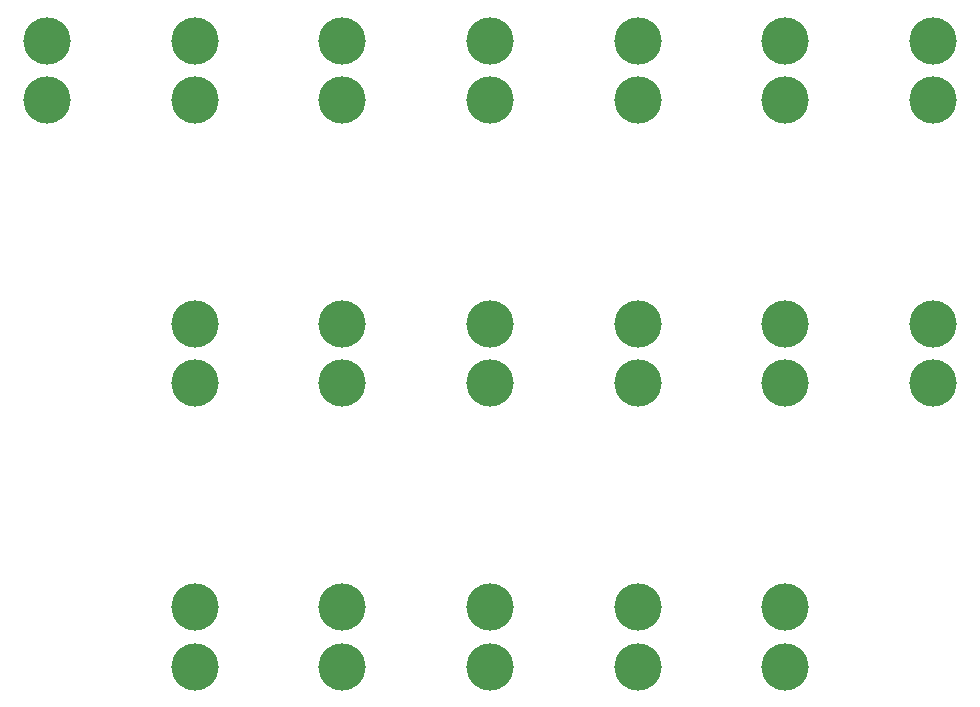
<source format=gtp>
G04 #@! TF.GenerationSoftware,KiCad,Pcbnew,7.0.8*
G04 #@! TF.CreationDate,2023-10-17T14:12:28+02:00*
G04 #@! TF.ProjectId,pour_fillet,706f7572-5f66-4696-9c6c-65742e6b6963,rev?*
G04 #@! TF.SameCoordinates,Original*
G04 #@! TF.FileFunction,Paste,Top*
G04 #@! TF.FilePolarity,Positive*
%FSLAX46Y46*%
G04 Gerber Fmt 4.6, Leading zero omitted, Abs format (unit mm)*
G04 Created by KiCad (PCBNEW 7.0.8) date 2023-10-17 14:12:28*
%MOMM*%
%LPD*%
G01*
G04 APERTURE LIST*
%ADD10C,4.000000*%
G04 APERTURE END LIST*
D10*
X105000000Y-120000000D03*
X80000000Y-67000000D03*
X130000000Y-67000000D03*
X92500000Y-91000000D03*
X117500000Y-72000000D03*
X92500000Y-115000000D03*
X92500000Y-67000000D03*
X155000000Y-96000000D03*
X142500000Y-115000000D03*
X105000000Y-91000000D03*
X142500000Y-96000000D03*
X105000000Y-67000000D03*
X92500000Y-96000000D03*
X130000000Y-91000000D03*
X142500000Y-120000000D03*
X105000000Y-115000000D03*
X130000000Y-120000000D03*
X130000000Y-96000000D03*
X117500000Y-67000000D03*
X155000000Y-91000000D03*
X117500000Y-91000000D03*
X130000000Y-115000000D03*
X142500000Y-91000000D03*
X155000000Y-72000000D03*
X80000000Y-72000000D03*
X130000000Y-72000000D03*
X92500000Y-72000000D03*
X92500000Y-120000000D03*
X105000000Y-96000000D03*
X105000000Y-72000000D03*
X142500000Y-67000000D03*
X142500000Y-72000000D03*
X155000000Y-67000000D03*
X117500000Y-120000000D03*
X117500000Y-96000000D03*
X117500000Y-115000000D03*
M02*

</source>
